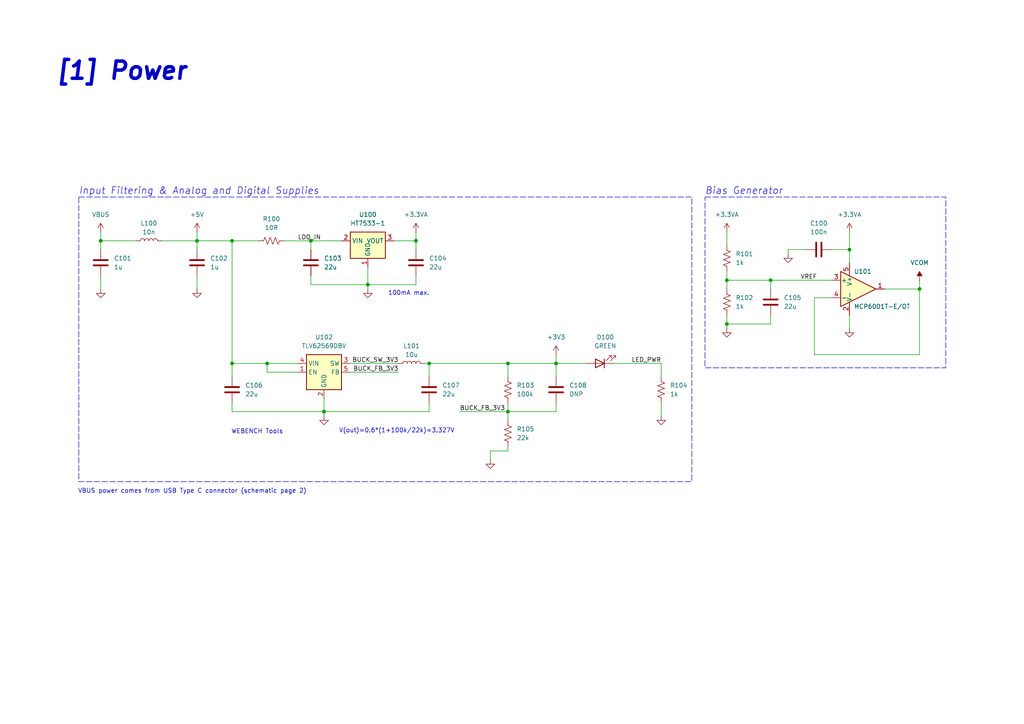
<source format=kicad_sch>
(kicad_sch (version 20250114) (generator "eeschema") (generator_version "9.0")
  (paper "A4")
  (title_block (title "Power") (date "2025-02-21") (rev "-") (comment 1 "Josue Cavazos Jr."))
  (lib_symbols
    (symbol "Amplifier_Operational:MCP6001-OT" (pin_names (offset 0.127))
      (property "Reference" "U" (at -1.27 6.35 0))
      (property "Value" "MCP6001-OT" (at -1.27 3.81 0))
      (symbol "MCP6001-OT_0_1"
        (polyline (pts (xy -5.08 5.08) (xy 5.08 0) (xy -5.08 -5.08) (xy -5.08 5.08)) (stroke (width 0.254)) (fill (type background)))
        (pin power_in line (at -2.54 7.62 270) (length 3.81) (name "V+") (number "5"))
        (pin power_in line (at -2.54 -7.62 90) (length 3.81) (name "V-") (number "2"))
      )
      (symbol "MCP6001-OT_1_1"
        (pin input line (at -7.62 2.54 0) (length 2.54) (name "+") (number "3"))
        (pin input line (at -7.62 -2.54 0) (length 2.54) (name "-") (number "4"))
        (pin output line (at 7.62 0 180) (length 2.54) (name "~") (number "1"))
      )
    )
    (symbol "Device:C" (pin_numbers (hide yes)) (pin_names (offset 0.254))
      (property "Reference" "C" (at 0.635 2.54 0))
      (property "Value" "C" (at 0.635 -2.54 0))
      (symbol "C_0_1"
        (polyline (pts (xy -2.032 0.762) (xy 2.032 0.762)) (stroke (width 0.508)))
        (polyline (pts (xy -2.032 -0.762) (xy 2.032 -0.762)) (stroke (width 0.508)))
      )
      (symbol "C_1_1"
        (pin passive line (at 0 3.81 270) (length 2.794) (name "~") (number "1"))
        (pin passive line (at 0 -3.81 90) (length 2.794) (name "~") (number "2"))
      )
    )
    (symbol "Device:L" (pin_numbers (hide yes)) (pin_names (offset 1.016) (hide yes))
      (property "Reference" "L" (at -1.27 0 90))
      (property "Value" "L" (at 1.905 0 90))
      (symbol "L_0_1"
        (arc (start 0 2.54) (mid 0.6323 1.905) (end 0 1.27))
        (arc (start 0 1.27) (mid 0.6323 0.635) (end 0 0))
        (arc (start 0 0) (mid 0.6323 -0.635) (end 0 -1.27))
        (arc (start 0 -1.27) (mid 0.6323 -1.905) (end 0 -2.54))
      )
      (symbol "L_1_1"
        (pin passive line (at 0 3.81 270) (length 1.27) (name "1") (number "1"))
        (pin passive line (at 0 -3.81 90) (length 1.27) (name "2") (number "2"))
      )
    )
    (symbol "Device:LED" (pin_numbers (hide yes)) (pin_names (offset 1.016) (hide yes))
      (property "Reference" "D" (at 0 2.54 0))
      (property "Value" "LED" (at 0 -2.54 0))
      (symbol "LED_0_1"
        (polyline (pts (xy -3.048 -0.762) (xy -4.572 -2.286) (xy -3.81 -2.286) (xy -4.572 -2.286) (xy -4.572 -1.524)))
        (polyline (pts (xy -1.778 -0.762) (xy -3.302 -2.286) (xy -2.54 -2.286) (xy -3.302 -2.286) (xy -3.302 -1.524)))
        (polyline (pts (xy -1.27 0) (xy 1.27 0)))
        (polyline (pts (xy -1.27 -1.27) (xy -1.27 1.27)) (stroke (width 0.254)))
        (polyline (pts (xy 1.27 -1.27) (xy 1.27 1.27) (xy -1.27 0) (xy 1.27 -1.27)) (stroke (width 0.254)))
      )
      (symbol "LED_1_1"
        (pin passive line (at -3.81 0 0) (length 2.54) (name "K") (number "1"))
        (pin passive line (at 3.81 0 180) (length 2.54) (name "A") (number "2"))
      )
    )
    (symbol "Device:R_US" (pin_numbers (hide yes)) (pin_names (offset 0))
      (property "Reference" "R" (at 2.54 0 90))
      (property "Value" "R_US" (at -2.54 0 90))
      (symbol "R_US_0_1"
        (polyline (pts (xy 0 2.286) (xy 0 2.54)))
        (polyline (pts (xy 0 2.286) (xy 1.016 1.905) (xy 0 1.524) (xy -1.016 1.143) (xy 0 0.762)))
        (polyline (pts (xy 0 0.762) (xy 1.016 0.381) (xy 0 0) (xy -1.016 -0.381) (xy 0 -0.762)))
        (polyline (pts (xy 0 -0.762) (xy 1.016 -1.143) (xy 0 -1.524) (xy -1.016 -1.905) (xy 0 -2.286)))
        (polyline (pts (xy 0 -2.286) (xy 0 -2.54)))
      )
      (symbol "R_US_1_1"
        (pin passive line (at 0 3.81 270) (length 1.27) (name "~") (number "1"))
        (pin passive line (at 0 -3.81 90) (length 1.27) (name "~") (number "2"))
      )
    )
    (symbol "Regulator_Linear:HT75xx-1-SOT89"
      (property "Reference" "U" (at -5.08 -3.81 0))
      (property "Value" "HT75xx-1-SOT89" (at 0 6.35 0))
      (symbol "HT75xx-1-SOT89_0_1"
        (rectangle (start -5.08 5.08) (end 5.08 -2.54) (stroke (width 0.254)) (fill (type background)))
      )
      (symbol "HT75xx-1-SOT89_1_1"
        (pin power_in line (at -7.62 2.54 0) (length 2.54) (name "VIN") (number "2"))
        (pin power_in line (at 0 -5.08 90) (length 2.54) (name "GND") (number "1"))
        (pin power_out line (at 7.62 2.54 180) (length 2.54) (name "VOUT") (number "3"))
      )
    )
    (symbol "Regulator_Switching:TLV62569DBV"
      (property "Reference" "U" (at -5.08 6.35 0))
      (property "Value" "TLV62569DBV" (at 0 6.35 0))
      (symbol "TLV62569DBV_0_1"
        (rectangle (start -5.08 5.08) (end 5.08 -5.08) (stroke (width 0.254)) (fill (type background)))
      )
      (symbol "TLV62569DBV_1_1"
        (pin power_in line (at -7.62 2.54 0) (length 2.54) (name "VIN") (number "4"))
        (pin input line (at -7.62 0 0) (length 2.54) (name "EN") (number "1"))
        (pin power_in line (at 0 -7.62 90) (length 2.54) (name "GND") (number "2"))
        (pin power_out line (at 7.62 2.54 180) (length 2.54) (name "SW") (number "3"))
        (pin input line (at 7.62 0 180) (length 2.54) (name "FB") (number "5"))
      )
    )
    (symbol "power:+3.3VA" (power) (pin_numbers (hide yes)) (pin_names (offset 0) (hide yes))
      (property "Value" "+3.3VA" (at 0 3.556 0))
      (symbol "+3.3VA_0_1"
        (polyline (pts (xy -0.762 1.27) (xy 0 2.54)))
        (polyline (pts (xy 0 2.54) (xy 0.762 1.27)))
        (polyline (pts (xy 0 0) (xy 0 2.54)))
      )
      (symbol "+3.3VA_1_1"
        (pin power_in line (at 0 0 90) (length 0) (name "~") (number "1"))
      )
    )
    (symbol "power:+3V3" (power) (pin_numbers (hide yes)) (pin_names (offset 0) (hide yes))
      (property "Value" "+3V3" (at 0 3.556 0))
      (symbol "+3V3_0_1"
        (polyline (pts (xy -0.762 1.27) (xy 0 2.54)))
        (polyline (pts (xy 0 2.54) (xy 0.762 1.27)))
        (polyline (pts (xy 0 0) (xy 0 2.54)))
      )
      (symbol "+3V3_1_1"
        (pin power_in line (at 0 0 90) (length 0) (name "~") (number "1"))
      )
    )
    (symbol "power:+5V" (power) (pin_numbers (hide yes)) (pin_names (offset 0) (hide yes))
      (property "Value" "+5V" (at 0 3.556 0))
      (symbol "+5V_0_1"
        (polyline (pts (xy -0.762 1.27) (xy 0 2.54)))
        (polyline (pts (xy 0 2.54) (xy 0.762 1.27)))
        (polyline (pts (xy 0 0) (xy 0 2.54)))
      )
      (symbol "+5V_1_1"
        (pin power_in line (at 0 0 90) (length 0) (name "~") (number "1"))
      )
    )
    (symbol "power:GND" (power) (pin_numbers (hide yes)) (pin_names (offset 0) (hide yes))
      (property "Value" "GND" (at 0 -3.81 0))
      (symbol "GND_0_1"
        (polyline (pts (xy 0 0) (xy 0 -1.27) (xy 1.27 -1.27) (xy 0 -2.54) (xy -1.27 -1.27) (xy 0 -1.27)))
      )
      (symbol "GND_1_1"
        (pin power_in line (at 0 0 270) (length 0) (name "~") (number "1"))
      )
    )
    (symbol "power:VBUS" (power) (pin_numbers (hide yes)) (pin_names (offset 0) (hide yes))
      (property "Value" "VBUS" (at 0 3.556 0))
      (symbol "VBUS_0_1"
        (polyline (pts (xy -0.762 1.27) (xy 0 2.54)))
        (polyline (pts (xy 0 2.54) (xy 0.762 1.27)))
        (polyline (pts (xy 0 0) (xy 0 2.54)))
      )
      (symbol "VBUS_1_1"
        (pin power_in line (at 0 0 90) (length 0) (name "~") (number "1"))
      )
    )
    (symbol "power:VCOM" (power) (pin_numbers (hide yes)) (pin_names (offset 0) (hide yes))
      (property "Value" "VCOM" (at 0 3.556 0))
      (symbol "VCOM_0_1"
        (polyline (pts (xy 0 0) (xy 0 2.54)))
        (polyline (pts (xy 0.762 1.27) (xy -0.762 1.27) (xy 0 2.54) (xy 0.762 1.27)) (fill (type outline)))
      )
      (symbol "VCOM_1_1"
        (pin power_in line (at 0 0 90) (length 0) (name "~") (number "1"))
      )
    )
  )
  (rectangle (start 22.86 57.15) (end 200.66 139.7) (stroke (width 0) (type dash)))
  (rectangle (start 204.47 57.15) (end 274.32 106.68) (stroke (width 0) (type dash)))
  (text "V(out)=0.6*(1+100k/22k)=3.327V" (at 98.298 125.73 0) (effects (font (size 1.27 1.27)) (justify left bottom)))
  (text "Input Filtering & Analog and Digital Supplies" (at 22.86 56.642 0) (effects (font (size 2.0066 2.0066) (italic yes)) (justify left bottom)))
  (text "VBUS power comes from USB Type C connector (schematic page 2)" (at 22.606 143.256 0) (effects (font (size 1.27 1.27)) (justify left bottom)))
  (text "Bias Generator" (at 204.47 56.642 0) (effects (font (size 2.0066 2.0066) (italic yes)) (justify left bottom)))
  (text "100mA max." (at 112.522 85.852 0) (effects (font (size 1.27 1.27)) (justify left bottom)))
  (text "WEBENCH Tools" (at 67.056 125.984 0) (effects (font (size 1.27 1.27)) (justify left bottom)))
  (text "[1] Power" (at 16.002 23.622 0) (effects (font (size 5.0038 5.0038) (thickness 1.0008) (bold yes) (italic yes)) (justify left bottom)))
  (junction (at 67.31 69.85))
  (junction (at 266.7 83.82))
  (junction (at 147.32 119.38))
  (junction (at 147.32 105.41))
  (junction (at 210.82 81.28))
  (junction (at 120.65 69.85))
  (junction (at 246.38 72.39))
  (junction (at 57.15 69.85))
  (junction (at 77.47 105.41))
  (junction (at 67.31 105.41))
  (junction (at 106.68 82.55))
  (junction (at 93.98 119.38))
  (junction (at 161.29 105.41))
  (junction (at 90.17 69.85))
  (junction (at 223.52 81.28))
  (junction (at 210.82 93.98))
  (junction (at 29.21 69.85))
  (junction (at 124.46 105.41))
  (wire (pts (xy 77.47 105.41) (xy 86.36 105.41)))
  (wire (pts (xy 93.98 119.38) (xy 124.46 119.38)))
  (wire (pts (xy 161.29 109.22) (xy 161.29 105.41)))
  (wire (pts (xy 120.65 72.39) (xy 120.65 69.85)))
  (wire (pts (xy 246.38 72.39) (xy 246.38 76.2)))
  (wire (pts (xy 90.17 69.85) (xy 99.06 69.85)))
  (wire (pts (xy 228.6 73.66) (xy 228.6 72.39)))
  (wire (pts (xy 210.82 93.98) (xy 210.82 95.25)))
  (wire (pts (xy 223.52 93.98) (xy 210.82 93.98)))
  (wire (pts (xy 67.31 116.84) (xy 67.31 119.38)))
  (wire (pts (xy 77.47 107.95) (xy 77.47 105.41)))
  (wire (pts (xy 57.15 80.01) (xy 57.15 83.82)))
  (wire (pts (xy 161.29 119.38) (xy 147.32 119.38)))
  (wire (pts (xy 223.52 91.44) (xy 223.52 93.98)))
  (wire (pts (xy 120.65 67.31) (xy 120.65 69.85)))
  (wire (pts (xy 210.82 81.28) (xy 210.82 83.82)))
  (wire (pts (xy 161.29 105.41) (xy 170.18 105.41)))
  (wire (pts (xy 147.32 130.81) (xy 142.24 130.81)))
  (wire (pts (xy 106.68 77.47) (xy 106.68 82.55)))
  (wire (pts (xy 57.15 67.31) (xy 57.15 69.85)))
  (wire (pts (xy 236.22 86.36) (xy 236.22 102.87)))
  (wire (pts (xy 67.31 69.85) (xy 74.93 69.85)))
  (wire (pts (xy 29.21 69.85) (xy 29.21 72.39)))
  (wire (pts (xy 161.29 102.87) (xy 161.29 105.41)))
  (wire (pts (xy 120.65 69.85) (xy 114.3 69.85)))
  (wire (pts (xy 124.46 109.22) (xy 124.46 105.41)))
  (wire (pts (xy 93.98 119.38) (xy 93.98 120.65)))
  (wire (pts (xy 246.38 91.44) (xy 246.38 95.25)))
  (wire (pts (xy 256.54 83.82) (xy 266.7 83.82)))
  (wire (pts (xy 93.98 115.57) (xy 93.98 119.38)))
  (wire (pts (xy 228.6 72.39) (xy 233.68 72.39)))
  (wire (pts (xy 67.31 119.38) (xy 93.98 119.38)))
  (wire (pts (xy 57.15 69.85) (xy 46.99 69.85)))
  (wire (pts (xy 29.21 80.01) (xy 29.21 83.82)))
  (wire (pts (xy 120.65 80.01) (xy 120.65 82.55)))
  (wire (pts (xy 191.77 116.84) (xy 191.77 120.65)))
  (wire (pts (xy 67.31 105.41) (xy 77.47 105.41)))
  (wire (pts (xy 57.15 72.39) (xy 57.15 69.85)))
  (wire (pts (xy 147.32 116.84) (xy 147.32 119.38)))
  (wire (pts (xy 133.35 119.38) (xy 147.32 119.38)))
  (wire (pts (xy 246.38 67.31) (xy 246.38 72.39)))
  (wire (pts (xy 82.55 69.85) (xy 90.17 69.85)))
  (wire (pts (xy 124.46 105.41) (xy 147.32 105.41)))
  (wire (pts (xy 124.46 105.41) (xy 123.19 105.41)))
  (wire (pts (xy 57.15 69.85) (xy 67.31 69.85)))
  (wire (pts (xy 241.3 72.39) (xy 246.38 72.39)))
  (wire (pts (xy 142.24 130.81) (xy 142.24 133.35)))
  (wire (pts (xy 90.17 80.01) (xy 90.17 82.55)))
  (wire (pts (xy 124.46 116.84) (xy 124.46 119.38)))
  (wire (pts (xy 191.77 105.41) (xy 177.8 105.41)))
  (wire (pts (xy 90.17 82.55) (xy 106.68 82.55)))
  (wire (pts (xy 67.31 69.85) (xy 67.31 105.41)))
  (wire (pts (xy 161.29 116.84) (xy 161.29 119.38)))
  (wire (pts (xy 223.52 81.28) (xy 210.82 81.28)))
  (wire (pts (xy 223.52 81.28) (xy 241.3 81.28)))
  (wire (pts (xy 101.6 107.95) (xy 115.57 107.95)))
  (wire (pts (xy 241.3 86.36) (xy 236.22 86.36)))
  (wire (pts (xy 90.17 72.39) (xy 90.17 69.85)))
  (wire (pts (xy 210.82 67.31) (xy 210.82 71.12)))
  (wire (pts (xy 147.32 109.22) (xy 147.32 105.41)))
  (wire (pts (xy 147.32 119.38) (xy 147.32 121.92)))
  (wire (pts (xy 266.7 81.28) (xy 266.7 83.82)))
  (wire (pts (xy 147.32 105.41) (xy 161.29 105.41)))
  (wire (pts (xy 210.82 78.74) (xy 210.82 81.28)))
  (wire (pts (xy 223.52 83.82) (xy 223.52 81.28)))
  (wire (pts (xy 86.36 107.95) (xy 77.47 107.95)))
  (wire (pts (xy 147.32 129.54) (xy 147.32 130.81)))
  (wire (pts (xy 29.21 67.31) (xy 29.21 69.85)))
  (wire (pts (xy 210.82 91.44) (xy 210.82 93.98)))
  (wire (pts (xy 106.68 82.55) (xy 106.68 83.82)))
  (wire (pts (xy 236.22 102.87) (xy 266.7 102.87)))
  (wire (pts (xy 191.77 109.22) (xy 191.77 105.41)))
  (wire (pts (xy 39.37 69.85) (xy 29.21 69.85)))
  (wire (pts (xy 120.65 82.55) (xy 106.68 82.55)))
  (wire (pts (xy 101.6 105.41) (xy 115.57 105.41)))
  (wire (pts (xy 67.31 105.41) (xy 67.31 109.22)))
  (wire (pts (xy 266.7 102.87) (xy 266.7 83.82)))
  (label "BUCK_SW_3V3" (at 115.57 105.41 180))
  (label "BUCK_FB_3V3" (at 133.35 119.38 0))
  (label "LDO_IN" (at 86.36 69.85 0))
  (label "LED_PWR" (at 191.77 105.41 180))
  (label "BUCK_FB_3V3" (at 115.57 107.95 180))
  (label "VREF" (at 232.1724 81.28 0))
  (symbol (lib_id "Amplifier_Operational:MCP6001-OT") (at 248.92 83.82 0) (unit 1)
    (property "Reference" "U101" (at 247.65 78.74 0) (effects (justify left)))
    (property "Value" "MCP6001T-E/OT" (at 247.65 88.9 0) (effects (justify left)))
    (property "Footprint" "Package_TO_SOT_SMD:SOT-23-5" (effects (hide yes)))
    (property "Datasheet" "http://ww1.microchip.com/downloads/en/DeviceDoc/21733j.pdf" (effects (hide yes)))
  )
  (symbol (lib_id "Device:C") (at 124.46 113.03 0) (unit 1)
    (property "Reference" "C107" (at 128.27 111.7599 0) (effects (justify left)))
    (property "Value" "22u" (at 128.27 114.2999 0) (effects (justify left)))
    (property "Footprint" "Capacitor_SMD:C_0805_2012Metric_Pad1.18x1.45mm_HandSolder" (effects (hide yes)))
    (property "Description" "Unpolarized capacitor" (effects (hide yes)))
  )
  (symbol (lib_id "power:GND") (at 210.82 95.25 0) (unit 1)
    (property "Reference" "#PWR0110" (effects (hide yes)))
    (property "Value" "GND" (effects (hide yes)))
    (property "Description" "Power symbol creates a global label with name \"GND\" , ground" (effects (hide yes)))
  )
  (symbol (lib_id "power:+3.3VA") (at 246.38 67.31 0) (unit 1)
    (property "Reference" "#PWR0104" (effects (hide yes)))
    (property "Value" "+3.3VA" (at 246.38 62.23 0))
    (property "Description" "Power symbol creates a global label with name \"+3.3VA\"" (effects (hide yes)))
  )
  (symbol (lib_id "power:GND") (at 93.98 120.65 0) (unit 1)
    (property "Reference" "#PWR0113" (effects (hide yes)))
    (property "Value" "GND" (effects (hide yes)))
    (property "Description" "Power symbol creates a global label with name \"GND\" , ground" (effects (hide yes)))
  )
  (symbol (lib_id "Device:R_US") (at 210.82 74.93 180) (unit 1)
    (property "Reference" "R101" (at 213.36 73.6599 0) (effects (justify right)))
    (property "Value" "1k" (at 213.36 76.1999 0) (effects (justify right)))
    (property "Footprint" "Resistor_SMD:R_0603_1608Metric_Pad0.98x0.95mm_HandSolder" (effects (hide yes)))
    (property "Description" "Resistor, US symbol" (effects (hide yes)))
  )
  (symbol (lib_id "Regulator_Switching:TLV62569DBV") (at 93.98 107.95 0) (unit 1)
    (property "Reference" "U102" (at 93.98 97.79 0))
    (property "Value" "TLV62569DBV" (at 93.98 100.33 0))
    (property "Footprint" "Package_TO_SOT_SMD:SOT-23-5" (effects (hide yes)))
    (property "Datasheet" "http://www.ti.com/lit/ds/symlink/tlv62569.pdf" (effects (hide yes)))
    (property "Description" "High Efficiency Synchronous Buck Converter, Adjustable Output 0.6V-5.5V, 2A, SOT-23-5" (effects (hide yes)))
  )
  (symbol (lib_id "power:+3.3VA") (at 120.65 67.31 0) (unit 1)
    (property "Reference" "#PWR0102" (effects (hide yes)))
    (property "Value" "+3.3VA" (at 120.65 62.23 0))
    (property "Description" "Power symbol creates a global label with name \"+3.3VA\"" (effects (hide yes)))
  )
  (symbol (lib_id "Device:C") (at 161.29 113.03 0) (unit 1)
    (property "Reference" "C108" (at 165.1 111.7599 0) (effects (justify left)))
    (property "Value" "DNP" (at 165.1 114.2999 0) (effects (justify left)))
    (property "Footprint" "Capacitor_SMD:C_0603_1608Metric_Pad1.08x0.95mm_HandSolder" (effects (hide yes)))
    (property "Description" "Unpolarized capacitor" (effects (hide yes)))
  )
  (symbol (lib_id "Device:LED") (at 173.99 105.41 180) (unit 1)
    (property "Reference" "D100" (at 175.5775 97.79 0))
    (property "Value" "GREEN" (at 175.5775 100.33 0))
    (property "Footprint" "LED_SMD:LED_0603_1608Metric_Pad1.05x0.95mm_HandSolder" (effects (hide yes)))
    (property "Description" "Light emitting diode" (effects (hide yes)))
  )
  (symbol (lib_id "power:+5V") (at 57.15 67.31 0) (unit 1)
    (property "Reference" "#PWR0101" (effects (hide yes)))
    (property "Value" "+5V" (at 57.15 62.23 0))
    (property "Description" "Power symbol creates a global label with name \"+5V\"" (effects (hide yes)))
  )
  (symbol (lib_id "Device:R_US") (at 78.74 69.85 90) (unit 1)
    (property "Reference" "R100" (at 78.74 63.5 90))
    (property "Value" "10R" (at 78.74 66.04 90))
    (property "Footprint" "Resistor_SMD:R_0603_1608Metric_Pad0.98x0.95mm_HandSolder" (effects (hide yes)))
    (property "Description" "Resistor, US symbol" (effects (hide yes)))
  )
  (symbol (lib_id "power:GND") (at 246.38 95.25 0) (unit 1)
    (property "Reference" "#PWR0111" (effects (hide yes)))
    (property "Value" "GND" (effects (hide yes)))
    (property "Description" "Power symbol creates a global label with name \"GND\" , ground" (effects (hide yes)))
  )
  (symbol (lib_id "Device:C") (at 57.15 76.2 0) (unit 1)
    (property "Reference" "C102" (at 60.96 74.9299 0) (effects (justify left)))
    (property "Value" "1u" (at 60.96 77.4699 0) (effects (justify left)))
    (property "Footprint" "Capacitor_SMD:C_0603_1608Metric_Pad1.08x0.95mm_HandSolder" (effects (hide yes)))
    (property "Description" "Unpolarized capacitor" (effects (hide yes)))
  )
  (symbol (lib_id "Device:L") (at 119.38 105.41 90) (unit 1)
    (property "Reference" "L101" (at 119.38 100.33 90))
    (property "Value" "10u" (at 119.38 102.87 90))
    (property "Footprint" "Power Inductor:IND_VLS4015CX-100M-H" (effects (hide yes)))
    (property "Description" "Inductor" (effects (hide yes)))
  )
  (symbol (lib_id "Device:C") (at 29.21 76.2 0) (unit 1)
    (property "Reference" "C101" (at 33.02 74.9299 0) (effects (justify left)))
    (property "Value" "1u" (at 33.02 77.4699 0) (effects (justify left)))
    (property "Footprint" "Capacitor_SMD:C_0603_1608Metric_Pad1.08x0.95mm_HandSolder" (effects (hide yes)))
    (property "Description" "Unpolarized capacitor" (effects (hide yes)))
  )
  (symbol (lib_id "Device:C") (at 67.31 113.03 0) (unit 1)
    (property "Reference" "C106" (at 71.12 111.7599 0) (effects (justify left)))
    (property "Value" "22u" (at 71.12 114.2999 0) (effects (justify left)))
    (property "Footprint" "Capacitor_SMD:C_0805_2012Metric_Pad1.18x1.45mm_HandSolder" (effects (hide yes)))
    (property "Description" "Unpolarized capacitor" (effects (hide yes)))
  )
  (symbol (lib_id "Device:C") (at 90.17 76.2 0) (unit 1)
    (property "Reference" "C103" (at 93.98 74.9299 0) (effects (justify left)))
    (property "Value" "22u" (at 93.98 77.4699 0) (effects (justify left)))
    (property "Footprint" "Capacitor_SMD:C_0805_2012Metric_Pad1.18x1.45mm_HandSolder" (effects (hide yes)))
    (property "Description" "Unpolarized capacitor" (effects (hide yes)))
  )
  (symbol (lib_id "power:GND") (at 142.24 133.35 0) (unit 1)
    (property "Reference" "#PWR0115" (effects (hide yes)))
    (property "Value" "GND" (effects (hide yes)))
    (property "Description" "Power symbol creates a global label with name \"GND\" , ground" (effects (hide yes)))
  )
  (symbol (lib_id "Device:R_US") (at 147.32 113.03 180) (unit 1)
    (property "Reference" "R103" (at 149.86 111.7599 0) (effects (justify right)))
    (property "Value" "100k" (at 149.86 114.2999 0) (effects (justify right)))
    (property "Footprint" "Resistor_SMD:R_0603_1608Metric_Pad0.98x0.95mm_HandSolder" (effects (hide yes)))
    (property "Description" "Resistor, US symbol" (effects (hide yes)))
  )
  (symbol (lib_id "Device:L") (at 43.18 69.85 90) (unit 1)
    (property "Reference" "L100" (at 43.18 64.77 90))
    (property "Value" "10n" (at 43.18 67.31 90))
    (property "Footprint" "Inductor_SMD:L_0603_1608Metric_Pad1.05x0.95mm_HandSolder" (effects (hide yes)))
    (property "Description" "Inductor" (effects (hide yes)))
  )
  (symbol (lib_id "Device:C") (at 120.65 76.2 0) (unit 1)
    (property "Reference" "C104" (at 124.46 74.9299 0) (effects (justify left)))
    (property "Value" "22u" (at 124.46 77.4699 0) (effects (justify left)))
    (property "Footprint" "Capacitor_SMD:C_0805_2012Metric_Pad1.18x1.45mm_HandSolder" (effects (hide yes)))
    (property "Description" "Unpolarized capacitor" (effects (hide yes)))
  )
  (symbol (lib_id "Device:R_US") (at 191.77 113.03 180) (unit 1)
    (property "Reference" "R104" (at 194.31 111.7599 0) (effects (justify right)))
    (property "Value" "1k" (at 194.31 114.2999 0) (effects (justify right)))
    (property "Footprint" "Resistor_SMD:R_0603_1608Metric_Pad0.98x0.95mm_HandSolder" (effects (hide yes)))
    (property "Description" "Resistor, US symbol" (effects (hide yes)))
  )
  (symbol (lib_id "Device:C") (at 237.49 72.39 90) (unit 1)
    (property "Reference" "C100" (at 237.49 64.77 90))
    (property "Value" "100n" (at 237.49 67.31 90))
    (property "Footprint" "Capacitor_SMD:C_0603_1608Metric_Pad1.08x0.95mm_HandSolder" (effects (hide yes)))
    (property "Description" "Unpolarized capacitor" (effects (hide yes)))
  )
  (symbol (lib_id "power:GND") (at 191.77 120.65 0) (unit 1)
    (property "Reference" "#PWR0114" (effects (hide yes)))
    (property "Value" "GND" (effects (hide yes)))
    (property "Description" "Power symbol creates a global label with name \"GND\" , ground" (effects (hide yes)))
  )
  (symbol (lib_id "Device:C") (at 223.52 87.63 0) (unit 1)
    (property "Reference" "C105" (at 227.33 86.3599 0) (effects (justify left)))
    (property "Value" "22u" (at 227.33 88.8999 0) (effects (justify left)))
    (property "Footprint" "Capacitor_SMD:C_0805_2012Metric_Pad1.18x1.45mm_HandSolder" (effects (hide yes)))
    (property "Description" "Unpolarized capacitor" (effects (hide yes)))
  )
  (symbol (lib_id "power:GND") (at 29.21 83.82 0) (unit 1)
    (property "Reference" "#PWR0107" (effects (hide yes)))
    (property "Value" "GND" (effects (hide yes)))
    (property "Description" "Power symbol creates a global label with name \"GND\" , ground" (effects (hide yes)))
  )
  (symbol (lib_id "power:+3.3VA") (at 210.82 67.31 0) (unit 1)
    (property "Reference" "#PWR0103" (effects (hide yes)))
    (property "Value" "+3.3VA" (at 210.82 62.23 0))
    (property "Description" "Power symbol creates a global label with name \"+3.3VA\"" (effects (hide yes)))
  )
  (symbol (lib_id "power:GND") (at 57.15 83.82 0) (unit 1)
    (property "Reference" "#PWR0108" (effects (hide yes)))
    (property "Value" "GND" (effects (hide yes)))
    (property "Description" "Power symbol creates a global label with name \"GND\" , ground" (effects (hide yes)))
  )
  (symbol (lib_id "power:GND") (at 106.68 83.82 0) (unit 1)
    (property "Reference" "#PWR0109" (effects (hide yes)))
    (property "Value" "GND" (effects (hide yes)))
    (property "Description" "Power symbol creates a global label with name \"GND\" , ground" (effects (hide yes)))
  )
  (symbol (lib_id "Regulator_Linear:HT75xx-1-SOT89") (at 106.68 72.39 0) (unit 1)
    (property "Reference" "U100" (at 106.68 62.23 0))
    (property "Value" "HT7533-1" (at 106.68 64.77 0))
    (property "Footprint" "Package_TO_SOT_SMD:SOT-89-3" (effects (hide yes)))
    (property "Datasheet" "https://www.holtek.com/documents/10179/116711/HT75xx-1v250.pdf" (effects (hide yes)))
    (property "Description" "100mA Low Dropout Voltage Regulator, Fixed Output, SOT89" (effects (hide yes)))
  )
  (symbol (lib_id "Device:R_US") (at 147.32 125.73 180) (unit 1)
    (property "Reference" "R105" (at 149.86 124.4599 0) (effects (justify right)))
    (property "Value" "22k" (at 149.86 126.9999 0) (effects (justify right)))
    (property "Footprint" "Resistor_SMD:R_0603_1608Metric_Pad0.98x0.95mm_HandSolder" (effects (hide yes)))
    (property "Description" "Resistor, US symbol" (effects (hide yes)))
  )
  (symbol (lib_id "power:VCOM") (at 266.7 81.28 0) (unit 1)
    (property "Reference" "#PWR0106" (effects (hide yes)))
    (property "Value" "VCOM" (at 266.7 76.2 0))
    (property "Description" "Power symbol creates a global label with name \"VCOM\"" (effects (hide yes)))
  )
  (symbol (lib_id "power:GND") (at 228.6 73.66 0) (unit 1)
    (property "Reference" "#PWR0105" (effects (hide yes)))
    (property "Value" "GND" (effects (hide yes)))
    (property "Description" "Power symbol creates a global label with name \"GND\" , ground" (effects (hide yes)))
  )
  (symbol (lib_id "power:+3V3") (at 161.29 102.87 0) (unit 1)
    (property "Reference" "#PWR0112" (effects (hide yes)))
    (property "Value" "+3V3" (at 161.29 97.79 0))
    (property "Description" "Power symbol creates a global label with name \"+3V3\"" (effects (hide yes)))
  )
  (symbol (lib_id "Device:R_US") (at 210.82 87.63 180) (unit 1)
    (property "Reference" "R102" (at 213.36 86.3599 0) (effects (justify right)))
    (property "Value" "1k" (at 213.36 88.8999 0) (effects (justify right)))
    (property "Footprint" "Resistor_SMD:R_0603_1608Metric_Pad0.98x0.95mm_HandSolder" (effects (hide yes)))
    (property "Description" "Resistor, US symbol" (effects (hide yes)))
  )
  (symbol (lib_id "power:VBUS") (at 29.21 67.31 0) (unit 1)
    (property "Reference" "#PWR0100" (effects (hide yes)))
    (property "Value" "VBUS" (at 29.21 62.23 0))
    (property "Description" "Power symbol creates a global label with name \"VBUS\"" (effects (hide yes)))
  )
)
</source>
